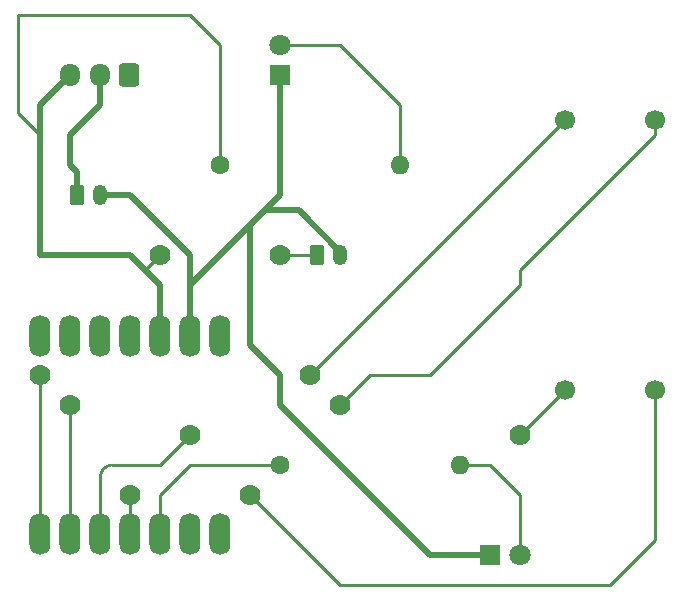
<source format=gbr>
%TF.GenerationSoftware,KiCad,Pcbnew,8.0.8*%
%TF.CreationDate,2025-03-02T00:43:29-07:00*%
%TF.ProjectId,techin514-final-project,74656368-696e-4353-9134-2d66696e616c,rev?*%
%TF.SameCoordinates,Original*%
%TF.FileFunction,Copper,L1,Top*%
%TF.FilePolarity,Positive*%
%FSLAX46Y46*%
G04 Gerber Fmt 4.6, Leading zero omitted, Abs format (unit mm)*
G04 Created by KiCad (PCBNEW 8.0.8) date 2025-03-02 00:43:29*
%MOMM*%
%LPD*%
G01*
G04 APERTURE LIST*
G04 Aperture macros list*
%AMRoundRect*
0 Rectangle with rounded corners*
0 $1 Rounding radius*
0 $2 $3 $4 $5 $6 $7 $8 $9 X,Y pos of 4 corners*
0 Add a 4 corners polygon primitive as box body*
4,1,4,$2,$3,$4,$5,$6,$7,$8,$9,$2,$3,0*
0 Add four circle primitives for the rounded corners*
1,1,$1+$1,$2,$3*
1,1,$1+$1,$4,$5*
1,1,$1+$1,$6,$7*
1,1,$1+$1,$8,$9*
0 Add four rect primitives between the rounded corners*
20,1,$1+$1,$2,$3,$4,$5,0*
20,1,$1+$1,$4,$5,$6,$7,0*
20,1,$1+$1,$6,$7,$8,$9,0*
20,1,$1+$1,$8,$9,$2,$3,0*%
G04 Aperture macros list end*
%TA.AperFunction,ComponentPad*%
%ADD10RoundRect,0.250000X-0.350000X-0.625000X0.350000X-0.625000X0.350000X0.625000X-0.350000X0.625000X0*%
%TD*%
%TA.AperFunction,ComponentPad*%
%ADD11O,1.200000X1.750000*%
%TD*%
%TA.AperFunction,ComponentPad*%
%ADD12R,1.800000X1.800000*%
%TD*%
%TA.AperFunction,ComponentPad*%
%ADD13C,1.800000*%
%TD*%
%TA.AperFunction,ComponentPad*%
%ADD14RoundRect,0.250000X0.600000X0.725000X-0.600000X0.725000X-0.600000X-0.725000X0.600000X-0.725000X0*%
%TD*%
%TA.AperFunction,ComponentPad*%
%ADD15O,1.700000X1.950000*%
%TD*%
%TA.AperFunction,ComponentPad*%
%ADD16C,1.700000*%
%TD*%
%TA.AperFunction,ComponentPad*%
%ADD17C,1.600000*%
%TD*%
%TA.AperFunction,ComponentPad*%
%ADD18O,1.600000X1.600000*%
%TD*%
%TA.AperFunction,ComponentPad*%
%ADD19O,1.778000X3.556000*%
%TD*%
%TA.AperFunction,ViaPad*%
%ADD20C,1.778000*%
%TD*%
%TA.AperFunction,Conductor*%
%ADD21C,0.500000*%
%TD*%
%TA.AperFunction,Conductor*%
%ADD22C,0.254000*%
%TD*%
G04 APERTURE END LIST*
D10*
%TO.P,J1,1,Pin_1*%
%TO.N,Net-(J1-Pin_1)*%
X89440000Y-81280000D03*
D11*
%TO.P,J1,2,Pin_2*%
%TO.N,GND*%
X91440000Y-81280000D03*
%TD*%
D12*
%TO.P,D2,1,K*%
%TO.N,GND*%
X104140000Y-106680000D03*
D13*
%TO.P,D2,2,A*%
%TO.N,Net-(D2-A)*%
X106680000Y-106680000D03*
%TD*%
D14*
%TO.P,SW1,1,A*%
%TO.N,unconnected-(SW1-A-Pad1)*%
X73580000Y-66040000D03*
D15*
%TO.P,SW1,2,B*%
%TO.N,Net-(BT1-+)*%
X71080000Y-66040000D03*
%TO.P,SW1,3,C*%
%TO.N,Net-(J1-Pin_1)*%
X68580000Y-66040000D03*
%TD*%
D16*
%TO.P,M1,1*%
%TO.N,Net-(U1-PA02_A0_D0)*%
X110490000Y-69850000D03*
%TO.P,M1,2,-*%
%TO.N,Net-(M1--)*%
X118110000Y-69850000D03*
%TO.P,M1,3*%
%TO.N,Net-(U1-PA10_A2_D2)*%
X110490000Y-92710000D03*
%TO.P,M1,4*%
%TO.N,Net-(U1-PA11_A3_D3)*%
X118110000Y-92710000D03*
%TD*%
D17*
%TO.P,R1,1*%
%TO.N,Net-(J1-Pin_1)*%
X81280000Y-73660000D03*
D18*
%TO.P,R1,2*%
%TO.N,Net-(D1-A)*%
X96520000Y-73660000D03*
%TD*%
D19*
%TO.P,U1,1,PA02_A0_D0*%
%TO.N,Net-(U1-PA02_A0_D0)*%
X66040000Y-104902000D03*
%TO.P,U1,2,PA4_A1_D1*%
%TO.N,Net-(M1--)*%
X68580000Y-104902000D03*
%TO.P,U1,3,PA10_A2_D2*%
%TO.N,Net-(U1-PA10_A2_D2)*%
X71120000Y-104902000D03*
%TO.P,U1,4,PA11_A3_D3*%
%TO.N,Net-(U1-PA11_A3_D3)*%
X73660000Y-104902000D03*
%TO.P,U1,5,PA8_A4_D4_SDA*%
%TO.N,Net-(U1-PA8_A4_D4_SDA)*%
X76200000Y-104902000D03*
%TO.P,U1,6,PA9_A5_D5_SCL*%
%TO.N,unconnected-(U1-PA9_A5_D5_SCL-Pad6)*%
X78740000Y-104902000D03*
%TO.P,U1,7,PB08_A6_D6_TX*%
%TO.N,unconnected-(U1-PB08_A6_D6_TX-Pad7)*%
X81280000Y-104902000D03*
%TO.P,U1,8,PB09_A7_D7_RX*%
%TO.N,unconnected-(U1-PB09_A7_D7_RX-Pad8)*%
X66040000Y-88138000D03*
%TO.P,U1,9,PA7_A8_D8_SCK*%
%TO.N,unconnected-(U1-PA7_A8_D8_SCK-Pad9)*%
X68580000Y-88138000D03*
%TO.P,U1,10,PA5_A9_D9_MISO*%
%TO.N,unconnected-(U1-PA5_A9_D9_MISO-Pad10)*%
X71120000Y-88138000D03*
%TO.P,U1,11,PA6_A10_D10_MOSI*%
%TO.N,unconnected-(U1-PA6_A10_D10_MOSI-Pad11)*%
X73660000Y-88138000D03*
%TO.P,U1,12,3V3*%
%TO.N,Net-(J1-Pin_1)*%
X76200000Y-88138000D03*
%TO.P,U1,13,GND*%
%TO.N,GND*%
X78740000Y-88138000D03*
%TO.P,U1,14,5V*%
%TO.N,unconnected-(U1-5V-Pad14)*%
X81280000Y-88138000D03*
%TD*%
D17*
%TO.P,R2,1*%
%TO.N,Net-(U1-PA8_A4_D4_SDA)*%
X86360000Y-99060000D03*
D18*
%TO.P,R2,2*%
%TO.N,Net-(D2-A)*%
X101600000Y-99060000D03*
%TD*%
D12*
%TO.P,D1,1,K*%
%TO.N,GND*%
X86360000Y-66040000D03*
D13*
%TO.P,D1,2,A*%
%TO.N,Net-(D1-A)*%
X86360000Y-63500000D03*
%TD*%
D10*
%TO.P,BT1,1,+*%
%TO.N,Net-(BT1-+)*%
X69120000Y-76200000D03*
D11*
%TO.P,BT1,2,-*%
%TO.N,GND*%
X71120000Y-76200000D03*
%TD*%
D20*
%TO.N,Net-(J1-Pin_1)*%
X76200000Y-81280000D03*
X86360000Y-81280000D03*
%TO.N,Net-(U1-PA02_A0_D0)*%
X88900000Y-91440000D03*
X66040000Y-91440000D03*
%TO.N,Net-(U1-PA10_A2_D2)*%
X78740000Y-96520000D03*
X106680000Y-96520000D03*
%TO.N,Net-(U1-PA11_A3_D3)*%
X83820000Y-101600000D03*
X73660000Y-101600000D03*
%TO.N,Net-(M1--)*%
X91440000Y-93980000D03*
X68580000Y-93980000D03*
%TD*%
D21*
%TO.N,GND*%
X86360000Y-76200000D02*
X85090000Y-77470000D01*
X91440000Y-81280000D02*
X91440000Y-81005000D01*
X87905000Y-77470000D02*
X85090000Y-77470000D01*
X85090000Y-77470000D02*
X83820000Y-78740000D01*
X91440000Y-81005000D02*
X87905000Y-77470000D01*
%TO.N,Net-(J1-Pin_1)*%
X73660000Y-81280000D02*
X74930000Y-82550000D01*
X74930000Y-82550000D02*
X76200000Y-83820000D01*
D22*
X76200000Y-81280000D02*
X74930000Y-82550000D01*
X89440000Y-81280000D02*
X86360000Y-81280000D01*
%TO.N,Net-(U1-PA02_A0_D0)*%
X66040000Y-91440000D02*
X66040000Y-104140000D01*
X110490000Y-69850000D02*
X88900000Y-91440000D01*
D21*
%TO.N,GND*%
X86360000Y-93980000D02*
X99060000Y-106680000D01*
X83820000Y-78740000D02*
X78740000Y-83820000D01*
X86360000Y-66040000D02*
X86360000Y-76200000D01*
X83820000Y-88900000D02*
X83820000Y-78740000D01*
X73660000Y-76200000D02*
X71120000Y-76200000D01*
X86360000Y-93980000D02*
X86360000Y-91440000D01*
X78740000Y-88900000D02*
X78740000Y-81280000D01*
X104140000Y-106680000D02*
X99060000Y-106680000D01*
X86360000Y-91440000D02*
X83820000Y-88900000D01*
X78740000Y-81280000D02*
X73660000Y-76200000D01*
D22*
%TO.N,Net-(U1-PA10_A2_D2)*%
X110490000Y-92710000D02*
X106680000Y-96520000D01*
X78740000Y-96520000D02*
X76200000Y-99060000D01*
X71120000Y-100060000D02*
X71120000Y-104140000D01*
X76200000Y-99060000D02*
X72120000Y-99060000D01*
X72120000Y-99060000D02*
G75*
G03*
X71120000Y-100060000I0J-1000000D01*
G01*
%TO.N,Net-(U1-PA8_A4_D4_SDA)*%
X78740000Y-99060000D02*
X76200000Y-101600000D01*
X76200000Y-101600000D02*
X76200000Y-104140000D01*
X86360000Y-99060000D02*
X78740000Y-99060000D01*
D21*
%TO.N,Net-(BT1-+)*%
X68580000Y-71120000D02*
X68580000Y-73660000D01*
X69120000Y-74200000D02*
X69120000Y-76200000D01*
D22*
X71080000Y-68540000D02*
X71120000Y-68580000D01*
D21*
X68580000Y-73660000D02*
X69120000Y-74200000D01*
X71120000Y-68580000D02*
X68580000Y-71120000D01*
X71080000Y-66040000D02*
X71080000Y-68540000D01*
D22*
%TO.N,Net-(D1-A)*%
X96520000Y-68580000D02*
X91440000Y-63500000D01*
X91440000Y-63500000D02*
X86360000Y-63500000D01*
X96520000Y-73660000D02*
X96520000Y-68580000D01*
%TO.N,Net-(D2-A)*%
X104140000Y-99060000D02*
X106680000Y-101600000D01*
X101600000Y-99060000D02*
X104140000Y-99060000D01*
X106680000Y-101600000D02*
X106680000Y-106680000D01*
%TO.N,Net-(U1-PA11_A3_D3)*%
X118110000Y-105410000D02*
X114300000Y-109220000D01*
X91440000Y-109220000D02*
X83820000Y-101600000D01*
X118110000Y-92710000D02*
X118110000Y-105410000D01*
X73660000Y-101600000D02*
X73660000Y-104140000D01*
X114300000Y-109220000D02*
X91440000Y-109220000D01*
%TO.N,Net-(M1--)*%
X106680000Y-83820000D02*
X99060000Y-91440000D01*
X99060000Y-91440000D02*
X93980000Y-91440000D01*
X68580000Y-93980000D02*
X68580000Y-104140000D01*
X106680000Y-82557304D02*
X106680000Y-83820000D01*
X118110000Y-71127304D02*
X106680000Y-82557304D01*
X118110000Y-69850000D02*
X118110000Y-71127304D01*
X93980000Y-91440000D02*
X91440000Y-93980000D01*
D21*
%TO.N,Net-(J1-Pin_1)*%
X66040000Y-71120000D02*
X66040000Y-81280000D01*
D22*
X64127000Y-69207000D02*
X64127000Y-60960000D01*
D21*
X76200000Y-83820000D02*
X76200000Y-88900000D01*
X66040000Y-68580000D02*
X66040000Y-71120000D01*
D22*
X81280000Y-63500000D02*
X81280000Y-73660000D01*
X66040000Y-71120000D02*
X64127000Y-69207000D01*
D21*
X66040000Y-68580000D02*
X68580000Y-66040000D01*
X66040000Y-81280000D02*
X73660000Y-81280000D01*
D22*
X78740000Y-60960000D02*
X81280000Y-63500000D01*
X64127000Y-60960000D02*
X78740000Y-60960000D01*
%TD*%
M02*

</source>
